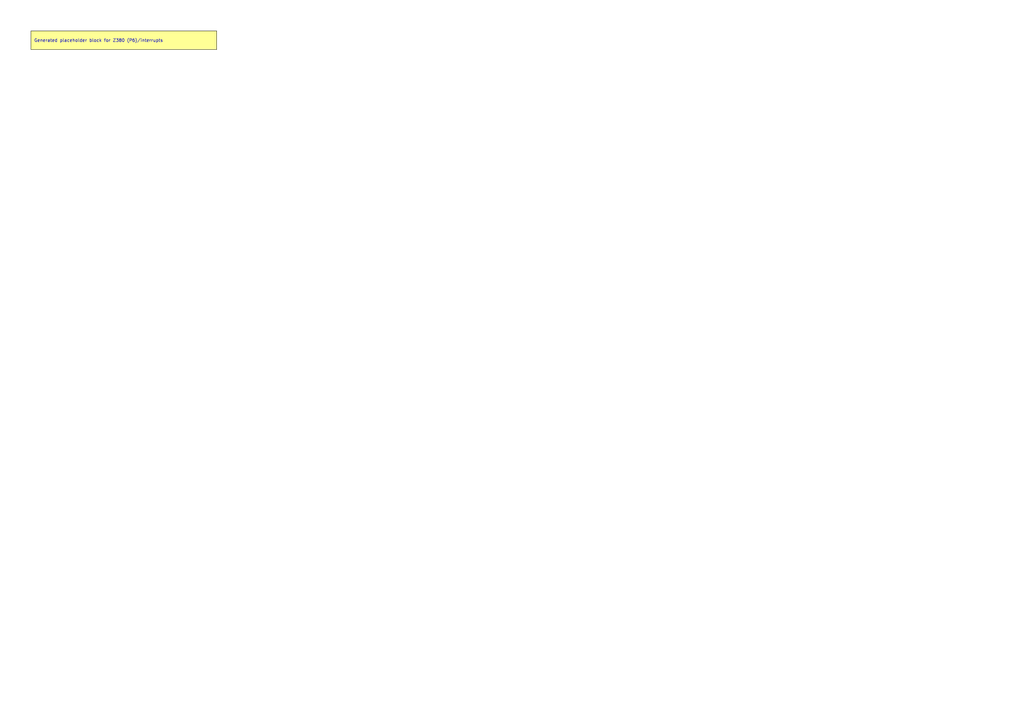
<source format=kicad_sch>
(kicad_sch
	(version 20250114)
	(generator "kicadgen")
	(generator_version "0.2")
	(uuid "496f51e9-74ce-5c79-9f11-c7d040608b87")
	(paper "A3")
	(title_block
		(title "Z380 (P6)::interrupts")
		(company "Project Carbon")
		(comment 1 "Generated - do not edit in generated/")
		(comment 2 "Edit in schem/kicad9/manual/ or refine mapping specs")
	)
	(lib_symbols)
	(text_box
		"Generated placeholder block for Z380 (P6)/interrupts"
		(exclude_from_sim no)
		(at
			12.7
			12.7
			0
		)
		(size 76.2 7.62)
		(margins
			1.27
			1.27
			1.27
			1.27
		)
		(stroke
			(width 0)
			(type default)
			(color
				0
				0
				0
				1
			)
		)
		(fill
			(type color)
			(color
				255
				255
				150
				1
			)
		)
		(effects
			(font
				(size 1.27 1.27)
			)
			(justify left)
		)
		(uuid "d6d3b9c1-bfa2-5628-b335-fe97e5c803bd")
	)
	(sheet_instances
		(path
			"/"
			(page "1")
		)
	)
	(embedded_fonts no)
)

</source>
